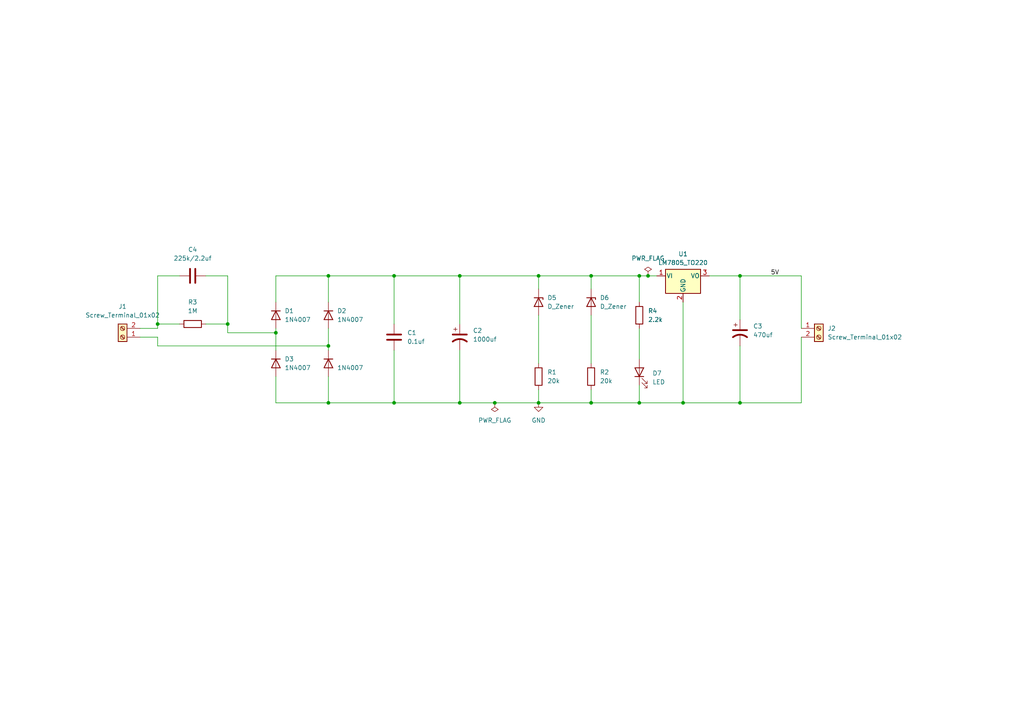
<source format=kicad_sch>
(kicad_sch
	(version 20250114)
	(generator "eeschema")
	(generator_version "9.0")
	(uuid "92fb2e66-4c52-4178-a38b-824de62ebd5e")
	(paper "A4")
	(title_block
		(title "Transformerless power supply")
		(date "2025-07-17")
		(comment 1 "Drawn by Keerthana")
	)
	(lib_symbols
		(symbol "Connector:Screw_Terminal_01x02"
			(pin_names
				(offset 1.016)
				(hide yes)
			)
			(exclude_from_sim no)
			(in_bom yes)
			(on_board yes)
			(property "Reference" "J"
				(at 0 2.54 0)
				(effects
					(font
						(size 1.27 1.27)
					)
				)
			)
			(property "Value" "Screw_Terminal_01x02"
				(at 0 -5.08 0)
				(effects
					(font
						(size 1.27 1.27)
					)
				)
			)
			(property "Footprint" ""
				(at 0 0 0)
				(effects
					(font
						(size 1.27 1.27)
					)
					(hide yes)
				)
			)
			(property "Datasheet" "~"
				(at 0 0 0)
				(effects
					(font
						(size 1.27 1.27)
					)
					(hide yes)
				)
			)
			(property "Description" "Generic screw terminal, single row, 01x02, script generated (kicad-library-utils/schlib/autogen/connector/)"
				(at 0 0 0)
				(effects
					(font
						(size 1.27 1.27)
					)
					(hide yes)
				)
			)
			(property "ki_keywords" "screw terminal"
				(at 0 0 0)
				(effects
					(font
						(size 1.27 1.27)
					)
					(hide yes)
				)
			)
			(property "ki_fp_filters" "TerminalBlock*:*"
				(at 0 0 0)
				(effects
					(font
						(size 1.27 1.27)
					)
					(hide yes)
				)
			)
			(symbol "Screw_Terminal_01x02_1_1"
				(rectangle
					(start -1.27 1.27)
					(end 1.27 -3.81)
					(stroke
						(width 0.254)
						(type default)
					)
					(fill
						(type background)
					)
				)
				(polyline
					(pts
						(xy -0.5334 0.3302) (xy 0.3302 -0.508)
					)
					(stroke
						(width 0.1524)
						(type default)
					)
					(fill
						(type none)
					)
				)
				(polyline
					(pts
						(xy -0.5334 -2.2098) (xy 0.3302 -3.048)
					)
					(stroke
						(width 0.1524)
						(type default)
					)
					(fill
						(type none)
					)
				)
				(polyline
					(pts
						(xy -0.3556 0.508) (xy 0.508 -0.3302)
					)
					(stroke
						(width 0.1524)
						(type default)
					)
					(fill
						(type none)
					)
				)
				(polyline
					(pts
						(xy -0.3556 -2.032) (xy 0.508 -2.8702)
					)
					(stroke
						(width 0.1524)
						(type default)
					)
					(fill
						(type none)
					)
				)
				(circle
					(center 0 0)
					(radius 0.635)
					(stroke
						(width 0.1524)
						(type default)
					)
					(fill
						(type none)
					)
				)
				(circle
					(center 0 -2.54)
					(radius 0.635)
					(stroke
						(width 0.1524)
						(type default)
					)
					(fill
						(type none)
					)
				)
				(pin passive line
					(at -5.08 0 0)
					(length 3.81)
					(name "Pin_1"
						(effects
							(font
								(size 1.27 1.27)
							)
						)
					)
					(number "1"
						(effects
							(font
								(size 1.27 1.27)
							)
						)
					)
				)
				(pin passive line
					(at -5.08 -2.54 0)
					(length 3.81)
					(name "Pin_2"
						(effects
							(font
								(size 1.27 1.27)
							)
						)
					)
					(number "2"
						(effects
							(font
								(size 1.27 1.27)
							)
						)
					)
				)
			)
			(embedded_fonts no)
		)
		(symbol "Device:C"
			(pin_numbers
				(hide yes)
			)
			(pin_names
				(offset 0.254)
			)
			(exclude_from_sim no)
			(in_bom yes)
			(on_board yes)
			(property "Reference" "C"
				(at 0.635 2.54 0)
				(effects
					(font
						(size 1.27 1.27)
					)
					(justify left)
				)
			)
			(property "Value" "C"
				(at 0.635 -2.54 0)
				(effects
					(font
						(size 1.27 1.27)
					)
					(justify left)
				)
			)
			(property "Footprint" ""
				(at 0.9652 -3.81 0)
				(effects
					(font
						(size 1.27 1.27)
					)
					(hide yes)
				)
			)
			(property "Datasheet" "~"
				(at 0 0 0)
				(effects
					(font
						(size 1.27 1.27)
					)
					(hide yes)
				)
			)
			(property "Description" "Unpolarized capacitor"
				(at 0 0 0)
				(effects
					(font
						(size 1.27 1.27)
					)
					(hide yes)
				)
			)
			(property "ki_keywords" "cap capacitor"
				(at 0 0 0)
				(effects
					(font
						(size 1.27 1.27)
					)
					(hide yes)
				)
			)
			(property "ki_fp_filters" "C_*"
				(at 0 0 0)
				(effects
					(font
						(size 1.27 1.27)
					)
					(hide yes)
				)
			)
			(symbol "C_0_1"
				(polyline
					(pts
						(xy -2.032 0.762) (xy 2.032 0.762)
					)
					(stroke
						(width 0.508)
						(type default)
					)
					(fill
						(type none)
					)
				)
				(polyline
					(pts
						(xy -2.032 -0.762) (xy 2.032 -0.762)
					)
					(stroke
						(width 0.508)
						(type default)
					)
					(fill
						(type none)
					)
				)
			)
			(symbol "C_1_1"
				(pin passive line
					(at 0 3.81 270)
					(length 2.794)
					(name "~"
						(effects
							(font
								(size 1.27 1.27)
							)
						)
					)
					(number "1"
						(effects
							(font
								(size 1.27 1.27)
							)
						)
					)
				)
				(pin passive line
					(at 0 -3.81 90)
					(length 2.794)
					(name "~"
						(effects
							(font
								(size 1.27 1.27)
							)
						)
					)
					(number "2"
						(effects
							(font
								(size 1.27 1.27)
							)
						)
					)
				)
			)
			(embedded_fonts no)
		)
		(symbol "Device:C_Polarized_US"
			(pin_numbers
				(hide yes)
			)
			(pin_names
				(offset 0.254)
				(hide yes)
			)
			(exclude_from_sim no)
			(in_bom yes)
			(on_board yes)
			(property "Reference" "C"
				(at 0.635 2.54 0)
				(effects
					(font
						(size 1.27 1.27)
					)
					(justify left)
				)
			)
			(property "Value" "C_Polarized_US"
				(at 0.635 -2.54 0)
				(effects
					(font
						(size 1.27 1.27)
					)
					(justify left)
				)
			)
			(property "Footprint" ""
				(at 0 0 0)
				(effects
					(font
						(size 1.27 1.27)
					)
					(hide yes)
				)
			)
			(property "Datasheet" "~"
				(at 0 0 0)
				(effects
					(font
						(size 1.27 1.27)
					)
					(hide yes)
				)
			)
			(property "Description" "Polarized capacitor, US symbol"
				(at 0 0 0)
				(effects
					(font
						(size 1.27 1.27)
					)
					(hide yes)
				)
			)
			(property "ki_keywords" "cap capacitor"
				(at 0 0 0)
				(effects
					(font
						(size 1.27 1.27)
					)
					(hide yes)
				)
			)
			(property "ki_fp_filters" "CP_*"
				(at 0 0 0)
				(effects
					(font
						(size 1.27 1.27)
					)
					(hide yes)
				)
			)
			(symbol "C_Polarized_US_0_1"
				(polyline
					(pts
						(xy -2.032 0.762) (xy 2.032 0.762)
					)
					(stroke
						(width 0.508)
						(type default)
					)
					(fill
						(type none)
					)
				)
				(polyline
					(pts
						(xy -1.778 2.286) (xy -0.762 2.286)
					)
					(stroke
						(width 0)
						(type default)
					)
					(fill
						(type none)
					)
				)
				(polyline
					(pts
						(xy -1.27 1.778) (xy -1.27 2.794)
					)
					(stroke
						(width 0)
						(type default)
					)
					(fill
						(type none)
					)
				)
				(arc
					(start -2.032 -1.27)
					(mid 0 -0.5572)
					(end 2.032 -1.27)
					(stroke
						(width 0.508)
						(type default)
					)
					(fill
						(type none)
					)
				)
			)
			(symbol "C_Polarized_US_1_1"
				(pin passive line
					(at 0 3.81 270)
					(length 2.794)
					(name "~"
						(effects
							(font
								(size 1.27 1.27)
							)
						)
					)
					(number "1"
						(effects
							(font
								(size 1.27 1.27)
							)
						)
					)
				)
				(pin passive line
					(at 0 -3.81 90)
					(length 3.302)
					(name "~"
						(effects
							(font
								(size 1.27 1.27)
							)
						)
					)
					(number "2"
						(effects
							(font
								(size 1.27 1.27)
							)
						)
					)
				)
			)
			(embedded_fonts no)
		)
		(symbol "Device:D_Zener"
			(pin_numbers
				(hide yes)
			)
			(pin_names
				(offset 1.016)
				(hide yes)
			)
			(exclude_from_sim no)
			(in_bom yes)
			(on_board yes)
			(property "Reference" "D"
				(at 0 2.54 0)
				(effects
					(font
						(size 1.27 1.27)
					)
				)
			)
			(property "Value" "D_Zener"
				(at 0 -2.54 0)
				(effects
					(font
						(size 1.27 1.27)
					)
				)
			)
			(property "Footprint" ""
				(at 0 0 0)
				(effects
					(font
						(size 1.27 1.27)
					)
					(hide yes)
				)
			)
			(property "Datasheet" "~"
				(at 0 0 0)
				(effects
					(font
						(size 1.27 1.27)
					)
					(hide yes)
				)
			)
			(property "Description" "Zener diode"
				(at 0 0 0)
				(effects
					(font
						(size 1.27 1.27)
					)
					(hide yes)
				)
			)
			(property "ki_keywords" "diode"
				(at 0 0 0)
				(effects
					(font
						(size 1.27 1.27)
					)
					(hide yes)
				)
			)
			(property "ki_fp_filters" "TO-???* *_Diode_* *SingleDiode* D_*"
				(at 0 0 0)
				(effects
					(font
						(size 1.27 1.27)
					)
					(hide yes)
				)
			)
			(symbol "D_Zener_0_1"
				(polyline
					(pts
						(xy -1.27 -1.27) (xy -1.27 1.27) (xy -0.762 1.27)
					)
					(stroke
						(width 0.254)
						(type default)
					)
					(fill
						(type none)
					)
				)
				(polyline
					(pts
						(xy 1.27 0) (xy -1.27 0)
					)
					(stroke
						(width 0)
						(type default)
					)
					(fill
						(type none)
					)
				)
				(polyline
					(pts
						(xy 1.27 -1.27) (xy 1.27 1.27) (xy -1.27 0) (xy 1.27 -1.27)
					)
					(stroke
						(width 0.254)
						(type default)
					)
					(fill
						(type none)
					)
				)
			)
			(symbol "D_Zener_1_1"
				(pin passive line
					(at -3.81 0 0)
					(length 2.54)
					(name "K"
						(effects
							(font
								(size 1.27 1.27)
							)
						)
					)
					(number "1"
						(effects
							(font
								(size 1.27 1.27)
							)
						)
					)
				)
				(pin passive line
					(at 3.81 0 180)
					(length 2.54)
					(name "A"
						(effects
							(font
								(size 1.27 1.27)
							)
						)
					)
					(number "2"
						(effects
							(font
								(size 1.27 1.27)
							)
						)
					)
				)
			)
			(embedded_fonts no)
		)
		(symbol "Device:LED"
			(pin_numbers
				(hide yes)
			)
			(pin_names
				(offset 1.016)
				(hide yes)
			)
			(exclude_from_sim no)
			(in_bom yes)
			(on_board yes)
			(property "Reference" "D"
				(at 0 2.54 0)
				(effects
					(font
						(size 1.27 1.27)
					)
				)
			)
			(property "Value" "LED"
				(at 0 -2.54 0)
				(effects
					(font
						(size 1.27 1.27)
					)
				)
			)
			(property "Footprint" ""
				(at 0 0 0)
				(effects
					(font
						(size 1.27 1.27)
					)
					(hide yes)
				)
			)
			(property "Datasheet" "~"
				(at 0 0 0)
				(effects
					(font
						(size 1.27 1.27)
					)
					(hide yes)
				)
			)
			(property "Description" "Light emitting diode"
				(at 0 0 0)
				(effects
					(font
						(size 1.27 1.27)
					)
					(hide yes)
				)
			)
			(property "Sim.Pins" "1=K 2=A"
				(at 0 0 0)
				(effects
					(font
						(size 1.27 1.27)
					)
					(hide yes)
				)
			)
			(property "ki_keywords" "LED diode"
				(at 0 0 0)
				(effects
					(font
						(size 1.27 1.27)
					)
					(hide yes)
				)
			)
			(property "ki_fp_filters" "LED* LED_SMD:* LED_THT:*"
				(at 0 0 0)
				(effects
					(font
						(size 1.27 1.27)
					)
					(hide yes)
				)
			)
			(symbol "LED_0_1"
				(polyline
					(pts
						(xy -3.048 -0.762) (xy -4.572 -2.286) (xy -3.81 -2.286) (xy -4.572 -2.286) (xy -4.572 -1.524)
					)
					(stroke
						(width 0)
						(type default)
					)
					(fill
						(type none)
					)
				)
				(polyline
					(pts
						(xy -1.778 -0.762) (xy -3.302 -2.286) (xy -2.54 -2.286) (xy -3.302 -2.286) (xy -3.302 -1.524)
					)
					(stroke
						(width 0)
						(type default)
					)
					(fill
						(type none)
					)
				)
				(polyline
					(pts
						(xy -1.27 0) (xy 1.27 0)
					)
					(stroke
						(width 0)
						(type default)
					)
					(fill
						(type none)
					)
				)
				(polyline
					(pts
						(xy -1.27 -1.27) (xy -1.27 1.27)
					)
					(stroke
						(width 0.254)
						(type default)
					)
					(fill
						(type none)
					)
				)
				(polyline
					(pts
						(xy 1.27 -1.27) (xy 1.27 1.27) (xy -1.27 0) (xy 1.27 -1.27)
					)
					(stroke
						(width 0.254)
						(type default)
					)
					(fill
						(type none)
					)
				)
			)
			(symbol "LED_1_1"
				(pin passive line
					(at -3.81 0 0)
					(length 2.54)
					(name "K"
						(effects
							(font
								(size 1.27 1.27)
							)
						)
					)
					(number "1"
						(effects
							(font
								(size 1.27 1.27)
							)
						)
					)
				)
				(pin passive line
					(at 3.81 0 180)
					(length 2.54)
					(name "A"
						(effects
							(font
								(size 1.27 1.27)
							)
						)
					)
					(number "2"
						(effects
							(font
								(size 1.27 1.27)
							)
						)
					)
				)
			)
			(embedded_fonts no)
		)
		(symbol "Device:R"
			(pin_numbers
				(hide yes)
			)
			(pin_names
				(offset 0)
			)
			(exclude_from_sim no)
			(in_bom yes)
			(on_board yes)
			(property "Reference" "R"
				(at 2.032 0 90)
				(effects
					(font
						(size 1.27 1.27)
					)
				)
			)
			(property "Value" "R"
				(at 0 0 90)
				(effects
					(font
						(size 1.27 1.27)
					)
				)
			)
			(property "Footprint" ""
				(at -1.778 0 90)
				(effects
					(font
						(size 1.27 1.27)
					)
					(hide yes)
				)
			)
			(property "Datasheet" "~"
				(at 0 0 0)
				(effects
					(font
						(size 1.27 1.27)
					)
					(hide yes)
				)
			)
			(property "Description" "Resistor"
				(at 0 0 0)
				(effects
					(font
						(size 1.27 1.27)
					)
					(hide yes)
				)
			)
			(property "ki_keywords" "R res resistor"
				(at 0 0 0)
				(effects
					(font
						(size 1.27 1.27)
					)
					(hide yes)
				)
			)
			(property "ki_fp_filters" "R_*"
				(at 0 0 0)
				(effects
					(font
						(size 1.27 1.27)
					)
					(hide yes)
				)
			)
			(symbol "R_0_1"
				(rectangle
					(start -1.016 -2.54)
					(end 1.016 2.54)
					(stroke
						(width 0.254)
						(type default)
					)
					(fill
						(type none)
					)
				)
			)
			(symbol "R_1_1"
				(pin passive line
					(at 0 3.81 270)
					(length 1.27)
					(name "~"
						(effects
							(font
								(size 1.27 1.27)
							)
						)
					)
					(number "1"
						(effects
							(font
								(size 1.27 1.27)
							)
						)
					)
				)
				(pin passive line
					(at 0 -3.81 90)
					(length 1.27)
					(name "~"
						(effects
							(font
								(size 1.27 1.27)
							)
						)
					)
					(number "2"
						(effects
							(font
								(size 1.27 1.27)
							)
						)
					)
				)
			)
			(embedded_fonts no)
		)
		(symbol "Diode:1N4007"
			(pin_numbers
				(hide yes)
			)
			(pin_names
				(hide yes)
			)
			(exclude_from_sim no)
			(in_bom yes)
			(on_board yes)
			(property "Reference" "D"
				(at 0 2.54 0)
				(effects
					(font
						(size 1.27 1.27)
					)
				)
			)
			(property "Value" "1N4007"
				(at 0 -2.54 0)
				(effects
					(font
						(size 1.27 1.27)
					)
				)
			)
			(property "Footprint" "Diode_THT:D_DO-41_SOD81_P10.16mm_Horizontal"
				(at 0 -4.445 0)
				(effects
					(font
						(size 1.27 1.27)
					)
					(hide yes)
				)
			)
			(property "Datasheet" "http://www.vishay.com/docs/88503/1n4001.pdf"
				(at 0 0 0)
				(effects
					(font
						(size 1.27 1.27)
					)
					(hide yes)
				)
			)
			(property "Description" "1000V 1A General Purpose Rectifier Diode, DO-41"
				(at 0 0 0)
				(effects
					(font
						(size 1.27 1.27)
					)
					(hide yes)
				)
			)
			(property "Sim.Device" "D"
				(at 0 0 0)
				(effects
					(font
						(size 1.27 1.27)
					)
					(hide yes)
				)
			)
			(property "Sim.Pins" "1=K 2=A"
				(at 0 0 0)
				(effects
					(font
						(size 1.27 1.27)
					)
					(hide yes)
				)
			)
			(property "ki_keywords" "diode"
				(at 0 0 0)
				(effects
					(font
						(size 1.27 1.27)
					)
					(hide yes)
				)
			)
			(property "ki_fp_filters" "D*DO?41*"
				(at 0 0 0)
				(effects
					(font
						(size 1.27 1.27)
					)
					(hide yes)
				)
			)
			(symbol "1N4007_0_1"
				(polyline
					(pts
						(xy -1.27 1.27) (xy -1.27 -1.27)
					)
					(stroke
						(width 0.254)
						(type default)
					)
					(fill
						(type none)
					)
				)
				(polyline
					(pts
						(xy 1.27 1.27) (xy 1.27 -1.27) (xy -1.27 0) (xy 1.27 1.27)
					)
					(stroke
						(width 0.254)
						(type default)
					)
					(fill
						(type none)
					)
				)
				(polyline
					(pts
						(xy 1.27 0) (xy -1.27 0)
					)
					(stroke
						(width 0)
						(type default)
					)
					(fill
						(type none)
					)
				)
			)
			(symbol "1N4007_1_1"
				(pin passive line
					(at -3.81 0 0)
					(length 2.54)
					(name "K"
						(effects
							(font
								(size 1.27 1.27)
							)
						)
					)
					(number "1"
						(effects
							(font
								(size 1.27 1.27)
							)
						)
					)
				)
				(pin passive line
					(at 3.81 0 180)
					(length 2.54)
					(name "A"
						(effects
							(font
								(size 1.27 1.27)
							)
						)
					)
					(number "2"
						(effects
							(font
								(size 1.27 1.27)
							)
						)
					)
				)
			)
			(embedded_fonts no)
		)
		(symbol "Regulator_Linear:LM7805_TO220"
			(pin_names
				(offset 0.254)
			)
			(exclude_from_sim no)
			(in_bom yes)
			(on_board yes)
			(property "Reference" "U"
				(at -3.81 3.175 0)
				(effects
					(font
						(size 1.27 1.27)
					)
				)
			)
			(property "Value" "LM7805_TO220"
				(at 0 3.175 0)
				(effects
					(font
						(size 1.27 1.27)
					)
					(justify left)
				)
			)
			(property "Footprint" "Package_TO_SOT_THT:TO-220-3_Vertical"
				(at 0 5.715 0)
				(effects
					(font
						(size 1.27 1.27)
						(italic yes)
					)
					(hide yes)
				)
			)
			(property "Datasheet" "https://www.onsemi.cn/PowerSolutions/document/MC7800-D.PDF"
				(at 0 -1.27 0)
				(effects
					(font
						(size 1.27 1.27)
					)
					(hide yes)
				)
			)
			(property "Description" "Positive 1A 35V Linear Regulator, Fixed Output 5V, TO-220"
				(at 0 0 0)
				(effects
					(font
						(size 1.27 1.27)
					)
					(hide yes)
				)
			)
			(property "ki_keywords" "Voltage Regulator 1A Positive"
				(at 0 0 0)
				(effects
					(font
						(size 1.27 1.27)
					)
					(hide yes)
				)
			)
			(property "ki_fp_filters" "TO?220*"
				(at 0 0 0)
				(effects
					(font
						(size 1.27 1.27)
					)
					(hide yes)
				)
			)
			(symbol "LM7805_TO220_0_1"
				(rectangle
					(start -5.08 1.905)
					(end 5.08 -5.08)
					(stroke
						(width 0.254)
						(type default)
					)
					(fill
						(type background)
					)
				)
			)
			(symbol "LM7805_TO220_1_1"
				(pin power_in line
					(at -7.62 0 0)
					(length 2.54)
					(name "VI"
						(effects
							(font
								(size 1.27 1.27)
							)
						)
					)
					(number "1"
						(effects
							(font
								(size 1.27 1.27)
							)
						)
					)
				)
				(pin power_in line
					(at 0 -7.62 90)
					(length 2.54)
					(name "GND"
						(effects
							(font
								(size 1.27 1.27)
							)
						)
					)
					(number "2"
						(effects
							(font
								(size 1.27 1.27)
							)
						)
					)
				)
				(pin power_out line
					(at 7.62 0 180)
					(length 2.54)
					(name "VO"
						(effects
							(font
								(size 1.27 1.27)
							)
						)
					)
					(number "3"
						(effects
							(font
								(size 1.27 1.27)
							)
						)
					)
				)
			)
			(embedded_fonts no)
		)
		(symbol "power:GND"
			(power)
			(pin_numbers
				(hide yes)
			)
			(pin_names
				(offset 0)
				(hide yes)
			)
			(exclude_from_sim no)
			(in_bom yes)
			(on_board yes)
			(property "Reference" "#PWR"
				(at 0 -6.35 0)
				(effects
					(font
						(size 1.27 1.27)
					)
					(hide yes)
				)
			)
			(property "Value" "GND"
				(at 0 -3.81 0)
				(effects
					(font
						(size 1.27 1.27)
					)
				)
			)
			(property "Footprint" ""
				(at 0 0 0)
				(effects
					(font
						(size 1.27 1.27)
					)
					(hide yes)
				)
			)
			(property "Datasheet" ""
				(at 0 0 0)
				(effects
					(font
						(size 1.27 1.27)
					)
					(hide yes)
				)
			)
			(property "Description" "Power symbol creates a global label with name \"GND\" , ground"
				(at 0 0 0)
				(effects
					(font
						(size 1.27 1.27)
					)
					(hide yes)
				)
			)
			(property "ki_keywords" "global power"
				(at 0 0 0)
				(effects
					(font
						(size 1.27 1.27)
					)
					(hide yes)
				)
			)
			(symbol "GND_0_1"
				(polyline
					(pts
						(xy 0 0) (xy 0 -1.27) (xy 1.27 -1.27) (xy 0 -2.54) (xy -1.27 -1.27) (xy 0 -1.27)
					)
					(stroke
						(width 0)
						(type default)
					)
					(fill
						(type none)
					)
				)
			)
			(symbol "GND_1_1"
				(pin power_in line
					(at 0 0 270)
					(length 0)
					(name "~"
						(effects
							(font
								(size 1.27 1.27)
							)
						)
					)
					(number "1"
						(effects
							(font
								(size 1.27 1.27)
							)
						)
					)
				)
			)
			(embedded_fonts no)
		)
		(symbol "power:PWR_FLAG"
			(power)
			(pin_numbers
				(hide yes)
			)
			(pin_names
				(offset 0)
				(hide yes)
			)
			(exclude_from_sim no)
			(in_bom yes)
			(on_board yes)
			(property "Reference" "#FLG"
				(at 0 1.905 0)
				(effects
					(font
						(size 1.27 1.27)
					)
					(hide yes)
				)
			)
			(property "Value" "PWR_FLAG"
				(at 0 3.81 0)
				(effects
					(font
						(size 1.27 1.27)
					)
				)
			)
			(property "Footprint" ""
				(at 0 0 0)
				(effects
					(font
						(size 1.27 1.27)
					)
					(hide yes)
				)
			)
			(property "Datasheet" "~"
				(at 0 0 0)
				(effects
					(font
						(size 1.27 1.27)
					)
					(hide yes)
				)
			)
			(property "Description" "Special symbol for telling ERC where power comes from"
				(at 0 0 0)
				(effects
					(font
						(size 1.27 1.27)
					)
					(hide yes)
				)
			)
			(property "ki_keywords" "flag power"
				(at 0 0 0)
				(effects
					(font
						(size 1.27 1.27)
					)
					(hide yes)
				)
			)
			(symbol "PWR_FLAG_0_0"
				(pin power_out line
					(at 0 0 90)
					(length 0)
					(name "~"
						(effects
							(font
								(size 1.27 1.27)
							)
						)
					)
					(number "1"
						(effects
							(font
								(size 1.27 1.27)
							)
						)
					)
				)
			)
			(symbol "PWR_FLAG_0_1"
				(polyline
					(pts
						(xy 0 0) (xy 0 1.27) (xy -1.016 1.905) (xy 0 2.54) (xy 1.016 1.905) (xy 0 1.27)
					)
					(stroke
						(width 0)
						(type default)
					)
					(fill
						(type none)
					)
				)
			)
			(embedded_fonts no)
		)
	)
	(junction
		(at 185.42 80.01)
		(diameter 0)
		(color 0 0 0 0)
		(uuid "23243902-1b2c-4567-b848-36ce3bf5820a")
	)
	(junction
		(at 171.45 80.01)
		(diameter 0)
		(color 0 0 0 0)
		(uuid "26f0f5a5-4f88-45eb-a472-e5908959e3c6")
	)
	(junction
		(at 95.25 80.01)
		(diameter 0)
		(color 0 0 0 0)
		(uuid "3156378d-435e-4f2d-8336-104ea86a2de8")
	)
	(junction
		(at 156.21 116.84)
		(diameter 0)
		(color 0 0 0 0)
		(uuid "3ca44230-1983-474c-bffa-0c2a6dbc4367")
	)
	(junction
		(at 185.42 116.84)
		(diameter 0)
		(color 0 0 0 0)
		(uuid "4bc731b8-684c-4c90-9a4e-febc2e4b8e97")
	)
	(junction
		(at 143.51 116.84)
		(diameter 0)
		(color 0 0 0 0)
		(uuid "57af8f07-d1bd-49fd-84cb-d26a957d0f03")
	)
	(junction
		(at 80.01 96.52)
		(diameter 0)
		(color 0 0 0 0)
		(uuid "706bbafd-31f2-472d-bae3-3763ccfb098d")
	)
	(junction
		(at 66.04 93.98)
		(diameter 0)
		(color 0 0 0 0)
		(uuid "7695e733-da7b-43f9-9ab2-2a5187eb4431")
	)
	(junction
		(at 156.21 80.01)
		(diameter 0)
		(color 0 0 0 0)
		(uuid "8809c56f-6918-4813-b42b-152adb92e17d")
	)
	(junction
		(at 114.3 116.84)
		(diameter 0)
		(color 0 0 0 0)
		(uuid "9260d91b-6643-4327-98fe-3947d70b3b1e")
	)
	(junction
		(at 133.35 116.84)
		(diameter 0)
		(color 0 0 0 0)
		(uuid "a9aec051-f66b-4419-a1f1-72306cdbbfdf")
	)
	(junction
		(at 187.96 80.01)
		(diameter 0)
		(color 0 0 0 0)
		(uuid "ac9d3306-e404-4b00-8ed4-5143ff3d5d08")
	)
	(junction
		(at 214.63 116.84)
		(diameter 0)
		(color 0 0 0 0)
		(uuid "b43615a3-7dd2-49e5-b6a4-c8200ff5ef48")
	)
	(junction
		(at 95.25 100.33)
		(diameter 0)
		(color 0 0 0 0)
		(uuid "c007540b-d3bc-4e9d-9e0a-d3287c93bc8d")
	)
	(junction
		(at 198.12 116.84)
		(diameter 0)
		(color 0 0 0 0)
		(uuid "c65c0055-16ed-4774-897b-ccfeb4a4d4ba")
	)
	(junction
		(at 171.45 116.84)
		(diameter 0)
		(color 0 0 0 0)
		(uuid "d9325a24-1d2a-4dbd-b87f-1ce3cb0c1ac0")
	)
	(junction
		(at 133.35 80.01)
		(diameter 0)
		(color 0 0 0 0)
		(uuid "dd3fabf8-5663-4d74-9fe5-cdf1731d942f")
	)
	(junction
		(at 95.25 116.84)
		(diameter 0)
		(color 0 0 0 0)
		(uuid "ee7f4569-ebf0-4e96-912c-bbcd82b5ebf7")
	)
	(junction
		(at 214.63 80.01)
		(diameter 0)
		(color 0 0 0 0)
		(uuid "efe6977b-40ea-43d9-be32-22016ff84da6")
	)
	(junction
		(at 114.3 80.01)
		(diameter 0)
		(color 0 0 0 0)
		(uuid "f089d099-9637-4b93-af3f-95fb0cb1d8d9")
	)
	(junction
		(at 45.72 93.98)
		(diameter 0)
		(color 0 0 0 0)
		(uuid "fdb0ba4b-0ea4-4912-9e26-7f8d6708f037")
	)
	(wire
		(pts
			(xy 214.63 80.01) (xy 214.63 92.71)
		)
		(stroke
			(width 0)
			(type default)
		)
		(uuid "08b3712d-9a39-42a8-a091-3819bd348c20")
	)
	(wire
		(pts
			(xy 45.72 93.98) (xy 52.07 93.98)
		)
		(stroke
			(width 0)
			(type default)
		)
		(uuid "0c79837b-f5d4-4a9d-804c-9e19691999aa")
	)
	(wire
		(pts
			(xy 156.21 116.84) (xy 171.45 116.84)
		)
		(stroke
			(width 0)
			(type default)
		)
		(uuid "1cc3677a-eb73-465b-86b1-fd06a3a99998")
	)
	(wire
		(pts
			(xy 114.3 116.84) (xy 133.35 116.84)
		)
		(stroke
			(width 0)
			(type default)
		)
		(uuid "1e40c539-d8bd-4eaf-89ae-6c7f692c69d5")
	)
	(wire
		(pts
			(xy 214.63 80.01) (xy 232.41 80.01)
		)
		(stroke
			(width 0)
			(type default)
		)
		(uuid "1f47fcf9-e701-4d35-a998-314efce8297e")
	)
	(wire
		(pts
			(xy 114.3 101.6) (xy 114.3 116.84)
		)
		(stroke
			(width 0)
			(type default)
		)
		(uuid "282b77a5-2989-4ba2-970d-3d873bcf27fa")
	)
	(wire
		(pts
			(xy 80.01 96.52) (xy 80.01 101.6)
		)
		(stroke
			(width 0)
			(type default)
		)
		(uuid "2f26e8d7-7514-4dca-9cbc-862275ade0c9")
	)
	(wire
		(pts
			(xy 45.72 80.01) (xy 52.07 80.01)
		)
		(stroke
			(width 0)
			(type default)
		)
		(uuid "3cb6cdbf-1715-4114-ac8c-4169d48b4108")
	)
	(wire
		(pts
			(xy 156.21 80.01) (xy 156.21 83.82)
		)
		(stroke
			(width 0)
			(type default)
		)
		(uuid "40f8ba9e-ac12-4239-af30-6941cca072f0")
	)
	(wire
		(pts
			(xy 232.41 97.79) (xy 232.41 116.84)
		)
		(stroke
			(width 0)
			(type default)
		)
		(uuid "4645d1e9-21d1-4549-bde4-25f933f458e1")
	)
	(wire
		(pts
			(xy 171.45 91.44) (xy 171.45 105.41)
		)
		(stroke
			(width 0)
			(type default)
		)
		(uuid "49189703-a05e-45d9-8953-110625796729")
	)
	(wire
		(pts
			(xy 95.25 95.25) (xy 95.25 100.33)
		)
		(stroke
			(width 0)
			(type default)
		)
		(uuid "4928b551-9308-4134-b808-9077d0c323f4")
	)
	(wire
		(pts
			(xy 95.25 109.22) (xy 95.25 116.84)
		)
		(stroke
			(width 0)
			(type default)
		)
		(uuid "4ca4c070-2d4a-4243-accd-f45e603ca462")
	)
	(wire
		(pts
			(xy 156.21 91.44) (xy 156.21 105.41)
		)
		(stroke
			(width 0)
			(type default)
		)
		(uuid "4d985f71-c7e0-4629-bb24-f53edc0e67ab")
	)
	(wire
		(pts
			(xy 80.01 109.22) (xy 80.01 116.84)
		)
		(stroke
			(width 0)
			(type default)
		)
		(uuid "5165800c-cec2-44aa-a027-51f366554c74")
	)
	(wire
		(pts
			(xy 133.35 80.01) (xy 156.21 80.01)
		)
		(stroke
			(width 0)
			(type default)
		)
		(uuid "5236db1d-7997-42bd-9231-8e6e2dc5fbbd")
	)
	(wire
		(pts
			(xy 205.74 80.01) (xy 214.63 80.01)
		)
		(stroke
			(width 0)
			(type default)
		)
		(uuid "55fba915-097a-49a6-a254-459f689fdfc8")
	)
	(wire
		(pts
			(xy 214.63 116.84) (xy 232.41 116.84)
		)
		(stroke
			(width 0)
			(type default)
		)
		(uuid "565483f4-55c5-42a4-9093-39f325b054c9")
	)
	(wire
		(pts
			(xy 95.25 80.01) (xy 114.3 80.01)
		)
		(stroke
			(width 0)
			(type default)
		)
		(uuid "5a297d42-45cb-4332-879e-a4902d012254")
	)
	(wire
		(pts
			(xy 45.72 93.98) (xy 45.72 95.25)
		)
		(stroke
			(width 0)
			(type default)
		)
		(uuid "5ac62279-75f2-4ece-90c1-5cc117a690bc")
	)
	(wire
		(pts
			(xy 156.21 113.03) (xy 156.21 116.84)
		)
		(stroke
			(width 0)
			(type default)
		)
		(uuid "5d24f7fb-6b9c-4f2f-a26f-2a4afac66ab1")
	)
	(wire
		(pts
			(xy 198.12 116.84) (xy 214.63 116.84)
		)
		(stroke
			(width 0)
			(type default)
		)
		(uuid "5fcdf2c9-b945-423b-8c38-437312ba0e17")
	)
	(wire
		(pts
			(xy 185.42 80.01) (xy 185.42 87.63)
		)
		(stroke
			(width 0)
			(type default)
		)
		(uuid "60723c93-0502-46a1-a0a4-1a23e6d5f144")
	)
	(wire
		(pts
			(xy 45.72 100.33) (xy 95.25 100.33)
		)
		(stroke
			(width 0)
			(type default)
		)
		(uuid "6192c070-c2a2-40e8-971e-f098ed9f2942")
	)
	(wire
		(pts
			(xy 66.04 80.01) (xy 66.04 93.98)
		)
		(stroke
			(width 0)
			(type default)
		)
		(uuid "62cae580-3294-4a39-8d55-71ed9024441e")
	)
	(wire
		(pts
			(xy 95.25 80.01) (xy 95.25 87.63)
		)
		(stroke
			(width 0)
			(type default)
		)
		(uuid "72c99526-e7bc-4428-aa55-3ed7d601aa21")
	)
	(wire
		(pts
			(xy 95.25 100.33) (xy 95.25 101.6)
		)
		(stroke
			(width 0)
			(type default)
		)
		(uuid "7cbd5264-5fee-4519-87f0-cc25e825c3dc")
	)
	(wire
		(pts
			(xy 45.72 97.79) (xy 45.72 100.33)
		)
		(stroke
			(width 0)
			(type default)
		)
		(uuid "81ded1cc-ba64-415a-84de-eb0118831152")
	)
	(wire
		(pts
			(xy 40.64 95.25) (xy 45.72 95.25)
		)
		(stroke
			(width 0)
			(type default)
		)
		(uuid "84e333fa-2fc2-42e8-9410-e4d3956c929a")
	)
	(wire
		(pts
			(xy 143.51 116.84) (xy 156.21 116.84)
		)
		(stroke
			(width 0)
			(type default)
		)
		(uuid "8ed80339-6867-4c9a-87d9-ead5ce09241a")
	)
	(wire
		(pts
			(xy 171.45 80.01) (xy 185.42 80.01)
		)
		(stroke
			(width 0)
			(type default)
		)
		(uuid "90783204-1896-4408-9ee8-20251ffb4dbe")
	)
	(wire
		(pts
			(xy 171.45 116.84) (xy 185.42 116.84)
		)
		(stroke
			(width 0)
			(type default)
		)
		(uuid "924ae71f-fe15-45e6-bd8f-98b3a572dd10")
	)
	(wire
		(pts
			(xy 95.25 116.84) (xy 80.01 116.84)
		)
		(stroke
			(width 0)
			(type default)
		)
		(uuid "a3743c94-64d5-42a9-98b1-17a485b153d7")
	)
	(wire
		(pts
			(xy 232.41 80.01) (xy 232.41 95.25)
		)
		(stroke
			(width 0)
			(type default)
		)
		(uuid "a4a0dcc0-d7a6-41db-bdf1-95db6471d10e")
	)
	(wire
		(pts
			(xy 66.04 96.52) (xy 80.01 96.52)
		)
		(stroke
			(width 0)
			(type default)
		)
		(uuid "a79abf70-9108-47fb-bfe6-fba93cada0a0")
	)
	(wire
		(pts
			(xy 156.21 80.01) (xy 171.45 80.01)
		)
		(stroke
			(width 0)
			(type default)
		)
		(uuid "a9295b82-4cd5-4f98-8b5c-cf8e3dfd6a06")
	)
	(wire
		(pts
			(xy 80.01 87.63) (xy 80.01 80.01)
		)
		(stroke
			(width 0)
			(type default)
		)
		(uuid "a9f5b205-06b5-466c-9e52-5f8fee4f75c9")
	)
	(wire
		(pts
			(xy 185.42 116.84) (xy 198.12 116.84)
		)
		(stroke
			(width 0)
			(type default)
		)
		(uuid "b102dac8-6403-4b63-9f24-132da2b128a0")
	)
	(wire
		(pts
			(xy 114.3 80.01) (xy 133.35 80.01)
		)
		(stroke
			(width 0)
			(type default)
		)
		(uuid "bc0af793-d730-4ad4-8ff4-0df635dd252f")
	)
	(wire
		(pts
			(xy 59.69 93.98) (xy 66.04 93.98)
		)
		(stroke
			(width 0)
			(type default)
		)
		(uuid "bcc0ad8a-2812-46b3-b886-cf7581c1d50d")
	)
	(wire
		(pts
			(xy 171.45 80.01) (xy 171.45 83.82)
		)
		(stroke
			(width 0)
			(type default)
		)
		(uuid "bd1633c0-d08a-48d4-9f50-094d9dc0ae0f")
	)
	(wire
		(pts
			(xy 133.35 116.84) (xy 143.51 116.84)
		)
		(stroke
			(width 0)
			(type default)
		)
		(uuid "c1db9a2f-bfe5-4183-a341-7eb496511143")
	)
	(wire
		(pts
			(xy 95.25 116.84) (xy 114.3 116.84)
		)
		(stroke
			(width 0)
			(type default)
		)
		(uuid "c4ca570b-3e71-45e2-a89d-7ed8df09b646")
	)
	(wire
		(pts
			(xy 133.35 101.6) (xy 133.35 116.84)
		)
		(stroke
			(width 0)
			(type default)
		)
		(uuid "c539a45e-8cfb-46a5-ae61-34e32544823f")
	)
	(wire
		(pts
			(xy 214.63 100.33) (xy 214.63 116.84)
		)
		(stroke
			(width 0)
			(type default)
		)
		(uuid "c805c3f0-c841-4304-a932-20f5753ba752")
	)
	(wire
		(pts
			(xy 66.04 93.98) (xy 66.04 96.52)
		)
		(stroke
			(width 0)
			(type default)
		)
		(uuid "c88c6cf7-3e15-4ad4-91cb-0ca48a9b9797")
	)
	(wire
		(pts
			(xy 187.96 80.01) (xy 190.5 80.01)
		)
		(stroke
			(width 0)
			(type default)
		)
		(uuid "c9c900b0-4c0b-4f05-9e81-6b89dd31fc33")
	)
	(wire
		(pts
			(xy 133.35 80.01) (xy 133.35 93.98)
		)
		(stroke
			(width 0)
			(type default)
		)
		(uuid "ce2ce106-533b-4b52-b9de-8a9d003e6d84")
	)
	(wire
		(pts
			(xy 40.64 97.79) (xy 45.72 97.79)
		)
		(stroke
			(width 0)
			(type default)
		)
		(uuid "d354ffa4-3b81-4516-835d-3bd56ae79f36")
	)
	(wire
		(pts
			(xy 59.69 80.01) (xy 66.04 80.01)
		)
		(stroke
			(width 0)
			(type default)
		)
		(uuid "d6df16bc-d607-4696-82e1-1af2e5620600")
	)
	(wire
		(pts
			(xy 185.42 95.25) (xy 185.42 104.14)
		)
		(stroke
			(width 0)
			(type default)
		)
		(uuid "dbf2f00e-5ebf-42b0-86a1-c81e9ed51d8c")
	)
	(wire
		(pts
			(xy 185.42 80.01) (xy 187.96 80.01)
		)
		(stroke
			(width 0)
			(type default)
		)
		(uuid "f37899f6-435a-4fd8-a757-8cfc9eb321b4")
	)
	(wire
		(pts
			(xy 80.01 80.01) (xy 95.25 80.01)
		)
		(stroke
			(width 0)
			(type default)
		)
		(uuid "f3978135-6d58-4a92-bba6-52ae55fc4c33")
	)
	(wire
		(pts
			(xy 45.72 80.01) (xy 45.72 93.98)
		)
		(stroke
			(width 0)
			(type default)
		)
		(uuid "f54ff016-9a04-40bf-8cf6-13c81d57d113")
	)
	(wire
		(pts
			(xy 171.45 113.03) (xy 171.45 116.84)
		)
		(stroke
			(width 0)
			(type default)
		)
		(uuid "f645c515-8dd1-4c4b-8e16-b979b50ed10b")
	)
	(wire
		(pts
			(xy 198.12 87.63) (xy 198.12 116.84)
		)
		(stroke
			(width 0)
			(type default)
		)
		(uuid "fc37ec3f-7905-470b-883b-4c573bc57100")
	)
	(wire
		(pts
			(xy 185.42 111.76) (xy 185.42 116.84)
		)
		(stroke
			(width 0)
			(type default)
		)
		(uuid "fe2d5a2b-dff9-40fb-bb5f-1f58837be4d5")
	)
	(wire
		(pts
			(xy 80.01 95.25) (xy 80.01 96.52)
		)
		(stroke
			(width 0)
			(type default)
		)
		(uuid "ffdf69ea-384c-408b-9f9e-ad57d0466ca8")
	)
	(wire
		(pts
			(xy 114.3 80.01) (xy 114.3 93.98)
		)
		(stroke
			(width 0)
			(type default)
		)
		(uuid "fffab07f-3067-45e9-9bc8-513952fc8eaf")
	)
	(label "5V"
		(at 223.52 80.01 0)
		(effects
			(font
				(size 1.27 1.27)
			)
			(justify left bottom)
		)
		(uuid "8d52d2d5-7657-4b5b-a6ae-2973bc6b46ec")
	)
	(symbol
		(lib_id "Device:C")
		(at 55.88 80.01 90)
		(unit 1)
		(exclude_from_sim no)
		(in_bom yes)
		(on_board yes)
		(dnp no)
		(fields_autoplaced yes)
		(uuid "12cbd58e-11de-48b2-882f-0b555406a1d7")
		(property "Reference" "C4"
			(at 55.88 72.39 90)
			(effects
				(font
					(size 1.27 1.27)
				)
			)
		)
		(property "Value" "225k/2.2uf"
			(at 55.88 74.93 90)
			(effects
				(font
					(size 1.27 1.27)
				)
			)
		)
		(property "Footprint" "Capacitor_THT:C_Rect_L18.0mm_W6.0mm_P15.00mm_FKS3_FKP3"
			(at 59.69 79.0448 0)
			(effects
				(font
					(size 1.27 1.27)
				)
				(hide yes)
			)
		)
		(property "Datasheet" "~"
			(at 55.88 80.01 0)
			(effects
				(font
					(size 1.27 1.27)
				)
				(hide yes)
			)
		)
		(property "Description" "Unpolarized capacitor"
			(at 55.88 80.01 0)
			(effects
				(font
					(size 1.27 1.27)
				)
				(hide yes)
			)
		)
		(pin "2"
			(uuid "49673724-089c-47a0-99e6-fb4b044a737b")
		)
		(pin "1"
			(uuid "732dd0d3-b1f5-4aab-92c6-42eb37f51c74")
		)
		(instances
			(project "Transformerless Power supply"
				(path "/92fb2e66-4c52-4178-a38b-824de62ebd5e"
					(reference "C4")
					(unit 1)
				)
			)
		)
	)
	(symbol
		(lib_id "Device:D_Zener")
		(at 156.21 87.63 270)
		(unit 1)
		(exclude_from_sim no)
		(in_bom yes)
		(on_board yes)
		(dnp no)
		(fields_autoplaced yes)
		(uuid "1d834611-29c8-472e-8495-24221f45718a")
		(property "Reference" "D5"
			(at 158.75 86.3599 90)
			(effects
				(font
					(size 1.27 1.27)
				)
				(justify left)
			)
		)
		(property "Value" "D_Zener"
			(at 158.75 88.8999 90)
			(effects
				(font
					(size 1.27 1.27)
				)
				(justify left)
			)
		)
		(property "Footprint" "Diode_THT:D_A-405_P7.62mm_Horizontal"
			(at 156.21 87.63 0)
			(effects
				(font
					(size 1.27 1.27)
				)
				(hide yes)
			)
		)
		(property "Datasheet" "~"
			(at 156.21 87.63 0)
			(effects
				(font
					(size 1.27 1.27)
				)
				(hide yes)
			)
		)
		(property "Description" "Zener diode"
			(at 156.21 87.63 0)
			(effects
				(font
					(size 1.27 1.27)
				)
				(hide yes)
			)
		)
		(pin "2"
			(uuid "a2314b38-ee3b-4df3-ab0c-1637f85a4b78")
		)
		(pin "1"
			(uuid "736bdbac-8d5a-42bb-ad3c-c48c6625b514")
		)
		(instances
			(project ""
				(path "/92fb2e66-4c52-4178-a38b-824de62ebd5e"
					(reference "D5")
					(unit 1)
				)
			)
		)
	)
	(symbol
		(lib_id "Diode:1N4007")
		(at 80.01 105.41 270)
		(unit 1)
		(exclude_from_sim no)
		(in_bom yes)
		(on_board yes)
		(dnp no)
		(fields_autoplaced yes)
		(uuid "21df0b71-5908-41a2-8dfc-d35fd8ade2f4")
		(property "Reference" "D3"
			(at 82.55 104.1399 90)
			(effects
				(font
					(size 1.27 1.27)
				)
				(justify left)
			)
		)
		(property "Value" "1N4007"
			(at 82.55 106.6799 90)
			(effects
				(font
					(size 1.27 1.27)
				)
				(justify left)
			)
		)
		(property "Footprint" "Diode_THT:D_DO-41_SOD81_P10.16mm_Horizontal"
			(at 75.565 105.41 0)
			(effects
				(font
					(size 1.27 1.27)
				)
				(hide yes)
			)
		)
		(property "Datasheet" "http://www.vishay.com/docs/88503/1n4001.pdf"
			(at 80.01 105.41 0)
			(effects
				(font
					(size 1.27 1.27)
				)
				(hide yes)
			)
		)
		(property "Description" "1000V 1A General Purpose Rectifier Diode, DO-41"
			(at 80.01 105.41 0)
			(effects
				(font
					(size 1.27 1.27)
				)
				(hide yes)
			)
		)
		(property "Sim.Device" "D"
			(at 80.01 105.41 0)
			(effects
				(font
					(size 1.27 1.27)
				)
				(hide yes)
			)
		)
		(property "Sim.Pins" "1=K 2=A"
			(at 80.01 105.41 0)
			(effects
				(font
					(size 1.27 1.27)
				)
				(hide yes)
			)
		)
		(pin "1"
			(uuid "bc85a864-ed3e-4ebb-bf41-37ac496904d8")
		)
		(pin "2"
			(uuid "6307cb59-4bed-479f-9fb0-61005e311493")
		)
		(instances
			(project "Transformerless Power supply"
				(path "/92fb2e66-4c52-4178-a38b-824de62ebd5e"
					(reference "D3")
					(unit 1)
				)
			)
		)
	)
	(symbol
		(lib_id "Connector:Screw_Terminal_01x02")
		(at 237.49 95.25 0)
		(unit 1)
		(exclude_from_sim no)
		(in_bom yes)
		(on_board yes)
		(dnp no)
		(fields_autoplaced yes)
		(uuid "29a14162-df4b-485c-a3b0-b5b3af41afe9")
		(property "Reference" "J2"
			(at 240.03 95.2499 0)
			(effects
				(font
					(size 1.27 1.27)
				)
				(justify left)
			)
		)
		(property "Value" "Screw_Terminal_01x02"
			(at 240.03 97.7899 0)
			(effects
				(font
					(size 1.27 1.27)
				)
				(justify left)
			)
		)
		(property "Footprint" "TerminalBlock:TerminalBlock_bornier-2_P5.08mm"
			(at 237.49 95.25 0)
			(effects
				(font
					(size 1.27 1.27)
				)
				(hide yes)
			)
		)
		(property "Datasheet" "~"
			(at 237.49 95.25 0)
			(effects
				(font
					(size 1.27 1.27)
				)
				(hide yes)
			)
		)
		(property "Description" "Generic screw terminal, single row, 01x02, script generated (kicad-library-utils/schlib/autogen/connector/)"
			(at 237.49 95.25 0)
			(effects
				(font
					(size 1.27 1.27)
				)
				(hide yes)
			)
		)
		(pin "2"
			(uuid "2f61590f-3661-4309-8ab0-77bb99949e35")
		)
		(pin "1"
			(uuid "cb892fb7-e66c-4efa-8874-6a0771cc0136")
		)
		(instances
			(project "Transformerless Power supply"
				(path "/92fb2e66-4c52-4178-a38b-824de62ebd5e"
					(reference "J2")
					(unit 1)
				)
			)
		)
	)
	(symbol
		(lib_id "Diode:1N4007")
		(at 95.25 105.41 270)
		(unit 1)
		(exclude_from_sim no)
		(in_bom yes)
		(on_board yes)
		(dnp no)
		(fields_autoplaced yes)
		(uuid "325f4d5b-d823-42eb-a605-393b47e0fda0")
		(property "Reference" "D4"
			(at 97.79 104.1399 90)
			(effects
				(font
					(size 1.27 1.27)
				)
				(justify left)
				(hide yes)
			)
		)
		(property "Value" "1N4007"
			(at 97.79 106.6799 90)
			(effects
				(font
					(size 1.27 1.27)
				)
				(justify left)
			)
		)
		(property "Footprint" "Diode_THT:D_DO-41_SOD81_P10.16mm_Horizontal"
			(at 90.805 105.41 0)
			(effects
				(font
					(size 1.27 1.27)
				)
				(hide yes)
			)
		)
		(property "Datasheet" "http://www.vishay.com/docs/88503/1n4001.pdf"
			(at 95.25 105.41 0)
			(effects
				(font
					(size 1.27 1.27)
				)
				(hide yes)
			)
		)
		(property "Description" "1000V 1A General Purpose Rectifier Diode, DO-41"
			(at 95.25 105.41 0)
			(effects
				(font
					(size 1.27 1.27)
				)
				(hide yes)
			)
		)
		(property "Sim.Device" "D"
			(at 95.25 105.41 0)
			(effects
				(font
					(size 1.27 1.27)
				)
				(hide yes)
			)
		)
		(property "Sim.Pins" "1=K 2=A"
			(at 95.25 105.41 0)
			(effects
				(font
					(size 1.27 1.27)
				)
				(hide yes)
			)
		)
		(pin "1"
			(uuid "cead612b-79e1-4c9c-96b2-d9af329f3b5d")
		)
		(pin "2"
			(uuid "a00a68a1-000e-41ba-8028-12a930a0bd26")
		)
		(instances
			(project "Transformerless Power supply"
				(path "/92fb2e66-4c52-4178-a38b-824de62ebd5e"
					(reference "D4")
					(unit 1)
				)
			)
		)
	)
	(symbol
		(lib_id "Device:R")
		(at 156.21 109.22 0)
		(unit 1)
		(exclude_from_sim no)
		(in_bom yes)
		(on_board yes)
		(dnp no)
		(fields_autoplaced yes)
		(uuid "3630ac07-5a23-418f-846a-f8e4abf7ab81")
		(property "Reference" "R1"
			(at 158.75 107.9499 0)
			(effects
				(font
					(size 1.27 1.27)
				)
				(justify left)
			)
		)
		(property "Value" "20k"
			(at 158.75 110.4899 0)
			(effects
				(font
					(size 1.27 1.27)
				)
				(justify left)
			)
		)
		(property "Footprint" "Resistor_THT:R_Axial_DIN0207_L6.3mm_D2.5mm_P7.62mm_Horizontal"
			(at 154.432 109.22 90)
			(effects
				(font
					(size 1.27 1.27)
				)
				(hide yes)
			)
		)
		(property "Datasheet" "~"
			(at 156.21 109.22 0)
			(effects
				(font
					(size 1.27 1.27)
				)
				(hide yes)
			)
		)
		(property "Description" "Resistor"
			(at 156.21 109.22 0)
			(effects
				(font
					(size 1.27 1.27)
				)
				(hide yes)
			)
		)
		(pin "1"
			(uuid "1c1254fa-1c88-4c0a-badb-6b898eb76683")
		)
		(pin "2"
			(uuid "46cd0b7b-2275-4a99-a4d8-17ab65778fa2")
		)
		(instances
			(project ""
				(path "/92fb2e66-4c52-4178-a38b-824de62ebd5e"
					(reference "R1")
					(unit 1)
				)
			)
		)
	)
	(symbol
		(lib_id "Device:C_Polarized_US")
		(at 133.35 97.79 0)
		(unit 1)
		(exclude_from_sim no)
		(in_bom yes)
		(on_board yes)
		(dnp no)
		(fields_autoplaced yes)
		(uuid "4019b393-19ae-4e9d-b14f-e81229a9f565")
		(property "Reference" "C2"
			(at 137.16 95.8849 0)
			(effects
				(font
					(size 1.27 1.27)
				)
				(justify left)
			)
		)
		(property "Value" "1000uf"
			(at 137.16 98.4249 0)
			(effects
				(font
					(size 1.27 1.27)
				)
				(justify left)
			)
		)
		(property "Footprint" "Capacitor_THT:CP_Radial_D10.0mm_P5.00mm"
			(at 133.35 97.79 0)
			(effects
				(font
					(size 1.27 1.27)
				)
				(hide yes)
			)
		)
		(property "Datasheet" "~"
			(at 133.35 97.79 0)
			(effects
				(font
					(size 1.27 1.27)
				)
				(hide yes)
			)
		)
		(property "Description" "Polarized capacitor, US symbol"
			(at 133.35 97.79 0)
			(effects
				(font
					(size 1.27 1.27)
				)
				(hide yes)
			)
		)
		(pin "2"
			(uuid "fcb1a928-7607-4589-a501-b90ea271001b")
		)
		(pin "1"
			(uuid "e5b8b90e-dd13-42f3-9df3-c1f5b7f81cb7")
		)
		(instances
			(project ""
				(path "/92fb2e66-4c52-4178-a38b-824de62ebd5e"
					(reference "C2")
					(unit 1)
				)
			)
		)
	)
	(symbol
		(lib_id "Device:R")
		(at 55.88 93.98 90)
		(unit 1)
		(exclude_from_sim no)
		(in_bom yes)
		(on_board yes)
		(dnp no)
		(fields_autoplaced yes)
		(uuid "49ad070f-2a4c-4536-b7b3-acc7e0b5bbc7")
		(property "Reference" "R3"
			(at 55.88 87.63 90)
			(effects
				(font
					(size 1.27 1.27)
				)
			)
		)
		(property "Value" "1M"
			(at 55.88 90.17 90)
			(effects
				(font
					(size 1.27 1.27)
				)
			)
		)
		(property "Footprint" "Resistor_THT:R_Axial_DIN0207_L6.3mm_D2.5mm_P7.62mm_Horizontal"
			(at 55.88 95.758 90)
			(effects
				(font
					(size 1.27 1.27)
				)
				(hide yes)
			)
		)
		(property "Datasheet" "~"
			(at 55.88 93.98 0)
			(effects
				(font
					(size 1.27 1.27)
				)
				(hide yes)
			)
		)
		(property "Description" "Resistor"
			(at 55.88 93.98 0)
			(effects
				(font
					(size 1.27 1.27)
				)
				(hide yes)
			)
		)
		(pin "1"
			(uuid "64118dc4-8ffc-434c-ba3f-1eaa725ec34d")
		)
		(pin "2"
			(uuid "7800d4f9-6170-4314-9fe9-60ce29c55014")
		)
		(instances
			(project "Transformerless Power supply"
				(path "/92fb2e66-4c52-4178-a38b-824de62ebd5e"
					(reference "R3")
					(unit 1)
				)
			)
		)
	)
	(symbol
		(lib_id "Regulator_Linear:LM7805_TO220")
		(at 198.12 80.01 0)
		(unit 1)
		(exclude_from_sim no)
		(in_bom yes)
		(on_board yes)
		(dnp no)
		(fields_autoplaced yes)
		(uuid "4a28d06b-eb97-4f4e-870c-d26c5ceda5ac")
		(property "Reference" "U1"
			(at 198.12 73.66 0)
			(effects
				(font
					(size 1.27 1.27)
				)
			)
		)
		(property "Value" "LM7805_TO220"
			(at 198.12 76.2 0)
			(effects
				(font
					(size 1.27 1.27)
				)
			)
		)
		(property "Footprint" "Package_TO_SOT_THT:TO-220-3_Vertical"
			(at 198.12 74.295 0)
			(effects
				(font
					(size 1.27 1.27)
					(italic yes)
				)
				(hide yes)
			)
		)
		(property "Datasheet" "https://www.onsemi.cn/PowerSolutions/document/MC7800-D.PDF"
			(at 198.12 81.28 0)
			(effects
				(font
					(size 1.27 1.27)
				)
				(hide yes)
			)
		)
		(property "Description" "Positive 1A 35V Linear Regulator, Fixed Output 5V, TO-220"
			(at 198.12 80.01 0)
			(effects
				(font
					(size 1.27 1.27)
				)
				(hide yes)
			)
		)
		(pin "1"
			(uuid "35f3628b-d80f-4ee3-a0f7-6b4c2023e5d2")
		)
		(pin "3"
			(uuid "fc261ba3-8ab3-4092-93de-4f05611c6503")
		)
		(pin "2"
			(uuid "5be5ed16-e332-464f-85cb-3801021631cf")
		)
		(instances
			(project ""
				(path "/92fb2e66-4c52-4178-a38b-824de62ebd5e"
					(reference "U1")
					(unit 1)
				)
			)
		)
	)
	(symbol
		(lib_id "Diode:1N4007")
		(at 80.01 91.44 270)
		(unit 1)
		(exclude_from_sim no)
		(in_bom yes)
		(on_board yes)
		(dnp no)
		(fields_autoplaced yes)
		(uuid "646d4cc7-653e-46d2-96ae-f42e5bba2683")
		(property "Reference" "D1"
			(at 82.55 90.1699 90)
			(effects
				(font
					(size 1.27 1.27)
				)
				(justify left)
			)
		)
		(property "Value" "1N4007"
			(at 82.55 92.7099 90)
			(effects
				(font
					(size 1.27 1.27)
				)
				(justify left)
			)
		)
		(property "Footprint" "Diode_THT:D_DO-41_SOD81_P10.16mm_Horizontal"
			(at 75.565 91.44 0)
			(effects
				(font
					(size 1.27 1.27)
				)
				(hide yes)
			)
		)
		(property "Datasheet" "http://www.vishay.com/docs/88503/1n4001.pdf"
			(at 80.01 91.44 0)
			(effects
				(font
					(size 1.27 1.27)
				)
				(hide yes)
			)
		)
		(property "Description" "1000V 1A General Purpose Rectifier Diode, DO-41"
			(at 80.01 91.44 0)
			(effects
				(font
					(size 1.27 1.27)
				)
				(hide yes)
			)
		)
		(property "Sim.Device" "D"
			(at 80.01 91.44 0)
			(effects
				(font
					(size 1.27 1.27)
				)
				(hide yes)
			)
		)
		(property "Sim.Pins" "1=K 2=A"
			(at 80.01 91.44 0)
			(effects
				(font
					(size 1.27 1.27)
				)
				(hide yes)
			)
		)
		(pin "1"
			(uuid "0cd7f07f-734f-47c0-a8a3-bc79b8b3dbf7")
		)
		(pin "2"
			(uuid "2c489102-e2a3-4c27-aa47-dd10685e87b6")
		)
		(instances
			(project ""
				(path "/92fb2e66-4c52-4178-a38b-824de62ebd5e"
					(reference "D1")
					(unit 1)
				)
			)
		)
	)
	(symbol
		(lib_id "Device:R")
		(at 185.42 91.44 0)
		(unit 1)
		(exclude_from_sim no)
		(in_bom yes)
		(on_board yes)
		(dnp no)
		(fields_autoplaced yes)
		(uuid "6c6c7c84-d18d-4507-ab9b-bb5a4aaef46c")
		(property "Reference" "R4"
			(at 187.96 90.1699 0)
			(effects
				(font
					(size 1.27 1.27)
				)
				(justify left)
			)
		)
		(property "Value" "2.2k"
			(at 187.96 92.7099 0)
			(effects
				(font
					(size 1.27 1.27)
				)
				(justify left)
			)
		)
		(property "Footprint" "Resistor_THT:R_Axial_DIN0207_L6.3mm_D2.5mm_P7.62mm_Horizontal"
			(at 183.642 91.44 90)
			(effects
				(font
					(size 1.27 1.27)
				)
				(hide yes)
			)
		)
		(property "Datasheet" "~"
			(at 185.42 91.44 0)
			(effects
				(font
					(size 1.27 1.27)
				)
				(hide yes)
			)
		)
		(property "Description" "Resistor"
			(at 185.42 91.44 0)
			(effects
				(font
					(size 1.27 1.27)
				)
				(hide yes)
			)
		)
		(pin "1"
			(uuid "df55d1c4-55b8-4e25-aace-b1bd89b204ec")
		)
		(pin "2"
			(uuid "339aa1b3-cd0e-4bbf-9220-9035075b0156")
		)
		(instances
			(project "Transformerless Power supply"
				(path "/92fb2e66-4c52-4178-a38b-824de62ebd5e"
					(reference "R4")
					(unit 1)
				)
			)
		)
	)
	(symbol
		(lib_id "power:GND")
		(at 156.21 116.84 0)
		(unit 1)
		(exclude_from_sim no)
		(in_bom yes)
		(on_board yes)
		(dnp no)
		(fields_autoplaced yes)
		(uuid "70a89a65-561d-435d-ab87-56a515c7e23f")
		(property "Reference" "#PWR01"
			(at 156.21 123.19 0)
			(effects
				(font
					(size 1.27 1.27)
				)
				(hide yes)
			)
		)
		(property "Value" "GND"
			(at 156.21 121.92 0)
			(effects
				(font
					(size 1.27 1.27)
				)
			)
		)
		(property "Footprint" ""
			(at 156.21 116.84 0)
			(effects
				(font
					(size 1.27 1.27)
				)
				(hide yes)
			)
		)
		(property "Datasheet" ""
			(at 156.21 116.84 0)
			(effects
				(font
					(size 1.27 1.27)
				)
				(hide yes)
			)
		)
		(property "Description" "Power symbol creates a global label with name \"GND\" , ground"
			(at 156.21 116.84 0)
			(effects
				(font
					(size 1.27 1.27)
				)
				(hide yes)
			)
		)
		(pin "1"
			(uuid "0c704e49-2019-45cd-ae4e-2b3fec2a4005")
		)
		(instances
			(project ""
				(path "/92fb2e66-4c52-4178-a38b-824de62ebd5e"
					(reference "#PWR01")
					(unit 1)
				)
			)
		)
	)
	(symbol
		(lib_id "power:PWR_FLAG")
		(at 143.51 116.84 180)
		(unit 1)
		(exclude_from_sim no)
		(in_bom yes)
		(on_board yes)
		(dnp no)
		(fields_autoplaced yes)
		(uuid "73d61da4-3c87-4c29-9298-479d8b5faab8")
		(property "Reference" "#FLG02"
			(at 143.51 118.745 0)
			(effects
				(font
					(size 1.27 1.27)
				)
				(hide yes)
			)
		)
		(property "Value" "PWR_FLAG"
			(at 143.51 121.92 0)
			(effects
				(font
					(size 1.27 1.27)
				)
			)
		)
		(property "Footprint" ""
			(at 143.51 116.84 0)
			(effects
				(font
					(size 1.27 1.27)
				)
				(hide yes)
			)
		)
		(property "Datasheet" "~"
			(at 143.51 116.84 0)
			(effects
				(font
					(size 1.27 1.27)
				)
				(hide yes)
			)
		)
		(property "Description" "Special symbol for telling ERC where power comes from"
			(at 143.51 116.84 0)
			(effects
				(font
					(size 1.27 1.27)
				)
				(hide yes)
			)
		)
		(pin "1"
			(uuid "61c953ce-6ae8-4565-9bec-c78af46522ed")
		)
		(instances
			(project ""
				(path "/92fb2e66-4c52-4178-a38b-824de62ebd5e"
					(reference "#FLG02")
					(unit 1)
				)
			)
		)
	)
	(symbol
		(lib_id "Device:C")
		(at 114.3 97.79 0)
		(unit 1)
		(exclude_from_sim no)
		(in_bom yes)
		(on_board yes)
		(dnp no)
		(fields_autoplaced yes)
		(uuid "826fcca3-f550-43a7-a446-38439046c75f")
		(property "Reference" "C1"
			(at 118.11 96.5199 0)
			(effects
				(font
					(size 1.27 1.27)
				)
				(justify left)
			)
		)
		(property "Value" "0.1uf"
			(at 118.11 99.0599 0)
			(effects
				(font
					(size 1.27 1.27)
				)
				(justify left)
			)
		)
		(property "Footprint" "Capacitor_THT:C_Disc_D4.7mm_W2.5mm_P5.00mm"
			(at 115.2652 101.6 0)
			(effects
				(font
					(size 1.27 1.27)
				)
				(hide yes)
			)
		)
		(property "Datasheet" "~"
			(at 114.3 97.79 0)
			(effects
				(font
					(size 1.27 1.27)
				)
				(hide yes)
			)
		)
		(property "Description" "Unpolarized capacitor"
			(at 114.3 97.79 0)
			(effects
				(font
					(size 1.27 1.27)
				)
				(hide yes)
			)
		)
		(pin "2"
			(uuid "542f9efe-660f-4caf-b52c-42d4d4faca99")
		)
		(pin "1"
			(uuid "6b9390f5-bb8e-4cd1-a6cd-a41853ac197f")
		)
		(instances
			(project ""
				(path "/92fb2e66-4c52-4178-a38b-824de62ebd5e"
					(reference "C1")
					(unit 1)
				)
			)
		)
	)
	(symbol
		(lib_id "Diode:1N4007")
		(at 95.25 91.44 270)
		(unit 1)
		(exclude_from_sim no)
		(in_bom yes)
		(on_board yes)
		(dnp no)
		(fields_autoplaced yes)
		(uuid "8f842c35-273a-44f9-9b73-36367323ddb9")
		(property "Reference" "D2"
			(at 97.79 90.1699 90)
			(effects
				(font
					(size 1.27 1.27)
				)
				(justify left)
			)
		)
		(property "Value" "1N4007"
			(at 97.79 92.7099 90)
			(effects
				(font
					(size 1.27 1.27)
				)
				(justify left)
			)
		)
		(property "Footprint" "Diode_THT:D_DO-41_SOD81_P10.16mm_Horizontal"
			(at 90.805 91.44 0)
			(effects
				(font
					(size 1.27 1.27)
				)
				(hide yes)
			)
		)
		(property "Datasheet" "http://www.vishay.com/docs/88503/1n4001.pdf"
			(at 95.25 91.44 0)
			(effects
				(font
					(size 1.27 1.27)
				)
				(hide yes)
			)
		)
		(property "Description" "1000V 1A General Purpose Rectifier Diode, DO-41"
			(at 95.25 91.44 0)
			(effects
				(font
					(size 1.27 1.27)
				)
				(hide yes)
			)
		)
		(property "Sim.Device" "D"
			(at 95.25 91.44 0)
			(effects
				(font
					(size 1.27 1.27)
				)
				(hide yes)
			)
		)
		(property "Sim.Pins" "1=K 2=A"
			(at 95.25 91.44 0)
			(effects
				(font
					(size 1.27 1.27)
				)
				(hide yes)
			)
		)
		(pin "1"
			(uuid "02271e6a-880e-40c0-8cbe-19f45cf7bb0e")
		)
		(pin "2"
			(uuid "6895ab47-77f3-405a-a57d-6074f6151038")
		)
		(instances
			(project "Transformerless Power supply"
				(path "/92fb2e66-4c52-4178-a38b-824de62ebd5e"
					(reference "D2")
					(unit 1)
				)
			)
		)
	)
	(symbol
		(lib_id "Device:C_Polarized_US")
		(at 214.63 96.52 0)
		(unit 1)
		(exclude_from_sim no)
		(in_bom yes)
		(on_board yes)
		(dnp no)
		(fields_autoplaced yes)
		(uuid "96fee81c-73d7-469b-a0b0-0fa29066dcc8")
		(property "Reference" "C3"
			(at 218.44 94.6149 0)
			(effects
				(font
					(size 1.27 1.27)
				)
				(justify left)
			)
		)
		(property "Value" "470uf"
			(at 218.44 97.1549 0)
			(effects
				(font
					(size 1.27 1.27)
				)
				(justify left)
			)
		)
		(property "Footprint" "Capacitor_THT:CP_Radial_D10.0mm_P3.80mm"
			(at 214.63 96.52 0)
			(effects
				(font
					(size 1.27 1.27)
				)
				(hide yes)
			)
		)
		(property "Datasheet" "~"
			(at 214.63 96.52 0)
			(effects
				(font
					(size 1.27 1.27)
				)
				(hide yes)
			)
		)
		(property "Description" "Polarized capacitor, US symbol"
			(at 214.63 96.52 0)
			(effects
				(font
					(size 1.27 1.27)
				)
				(hide yes)
			)
		)
		(pin "2"
			(uuid "ab940b95-2696-4a1e-bc2a-3dd02c3c0007")
		)
		(pin "1"
			(uuid "94b0c464-47c8-49ab-aac1-ad4d76b9e9ec")
		)
		(instances
			(project "Transformerless Power supply"
				(path "/92fb2e66-4c52-4178-a38b-824de62ebd5e"
					(reference "C3")
					(unit 1)
				)
			)
		)
	)
	(symbol
		(lib_id "Device:LED")
		(at 185.42 107.95 90)
		(unit 1)
		(exclude_from_sim no)
		(in_bom yes)
		(on_board yes)
		(dnp no)
		(fields_autoplaced yes)
		(uuid "a1e991e3-f499-453f-bf2b-7be82ba6d605")
		(property "Reference" "D7"
			(at 189.23 108.2674 90)
			(effects
				(font
					(size 1.27 1.27)
				)
				(justify right)
			)
		)
		(property "Value" "LED"
			(at 189.23 110.8074 90)
			(effects
				(font
					(size 1.27 1.27)
				)
				(justify right)
			)
		)
		(property "Footprint" "LED_THT:LED_D5.0mm"
			(at 185.42 107.95 0)
			(effects
				(font
					(size 1.27 1.27)
				)
				(hide yes)
			)
		)
		(property "Datasheet" "~"
			(at 185.42 107.95 0)
			(effects
				(font
					(size 1.27 1.27)
				)
				(hide yes)
			)
		)
		(property "Description" "Light emitting diode"
			(at 185.42 107.95 0)
			(effects
				(font
					(size 1.27 1.27)
				)
				(hide yes)
			)
		)
		(property "Sim.Pins" "1=K 2=A"
			(at 185.42 107.95 0)
			(effects
				(font
					(size 1.27 1.27)
				)
				(hide yes)
			)
		)
		(pin "1"
			(uuid "1cf0712a-514e-42af-a0be-933dba05eb47")
		)
		(pin "2"
			(uuid "48ee2543-778d-4eb5-9059-824fc534fa2c")
		)
		(instances
			(project ""
				(path "/92fb2e66-4c52-4178-a38b-824de62ebd5e"
					(reference "D7")
					(unit 1)
				)
			)
		)
	)
	(symbol
		(lib_id "Connector:Screw_Terminal_01x02")
		(at 35.56 97.79 180)
		(unit 1)
		(exclude_from_sim no)
		(in_bom yes)
		(on_board yes)
		(dnp no)
		(fields_autoplaced yes)
		(uuid "b3e3f264-dd95-441b-94bb-3919d1b49870")
		(property "Reference" "J1"
			(at 35.56 88.9 0)
			(effects
				(font
					(size 1.27 1.27)
				)
			)
		)
		(property "Value" "Screw_Terminal_01x02"
			(at 35.56 91.44 0)
			(effects
				(font
					(size 1.27 1.27)
				)
			)
		)
		(property "Footprint" "TerminalBlock:TerminalBlock_bornier-2_P5.08mm"
			(at 35.56 97.79 0)
			(effects
				(font
					(size 1.27 1.27)
				)
				(hide yes)
			)
		)
		(property "Datasheet" "~"
			(at 35.56 97.79 0)
			(effects
				(font
					(size 1.27 1.27)
				)
				(hide yes)
			)
		)
		(property "Description" "Generic screw terminal, single row, 01x02, script generated (kicad-library-utils/schlib/autogen/connector/)"
			(at 35.56 97.79 0)
			(effects
				(font
					(size 1.27 1.27)
				)
				(hide yes)
			)
		)
		(pin "2"
			(uuid "c5ef6c90-d0c6-482c-8d00-59e8e6868643")
		)
		(pin "1"
			(uuid "d21baa41-570d-4d28-9d4b-02e392c1891e")
		)
		(instances
			(project ""
				(path "/92fb2e66-4c52-4178-a38b-824de62ebd5e"
					(reference "J1")
					(unit 1)
				)
			)
		)
	)
	(symbol
		(lib_id "Device:D_Zener")
		(at 171.45 87.63 270)
		(unit 1)
		(exclude_from_sim no)
		(in_bom yes)
		(on_board yes)
		(dnp no)
		(fields_autoplaced yes)
		(uuid "c1255681-0e71-4677-acc3-aa6fffa9d05a")
		(property "Reference" "D6"
			(at 173.99 86.3599 90)
			(effects
				(font
					(size 1.27 1.27)
				)
				(justify left)
			)
		)
		(property "Value" "D_Zener"
			(at 173.99 88.8999 90)
			(effects
				(font
					(size 1.27 1.27)
				)
				(justify left)
			)
		)
		(property "Footprint" "Diode_THT:D_A-405_P7.62mm_Horizontal"
			(at 171.45 87.63 0)
			(effects
				(font
					(size 1.27 1.27)
				)
				(hide yes)
			)
		)
		(property "Datasheet" "~"
			(at 171.45 87.63 0)
			(effects
				(font
					(size 1.27 1.27)
				)
				(hide yes)
			)
		)
		(property "Description" "Zener diode"
			(at 171.45 87.63 0)
			(effects
				(font
					(size 1.27 1.27)
				)
				(hide yes)
			)
		)
		(pin "2"
			(uuid "88c6bc4c-4a1c-4f9c-bb09-2a095485b142")
		)
		(pin "1"
			(uuid "dbfd869b-0f65-48af-9cb1-8a8473e16ab4")
		)
		(instances
			(project "Transformerless Power supply"
				(path "/92fb2e66-4c52-4178-a38b-824de62ebd5e"
					(reference "D6")
					(unit 1)
				)
			)
		)
	)
	(symbol
		(lib_id "Device:R")
		(at 171.45 109.22 0)
		(unit 1)
		(exclude_from_sim no)
		(in_bom yes)
		(on_board yes)
		(dnp no)
		(fields_autoplaced yes)
		(uuid "eade8c6e-1abd-4d92-8838-93f1630fc1e2")
		(property "Reference" "R2"
			(at 173.99 107.9499 0)
			(effects
				(font
					(size 1.27 1.27)
				)
				(justify left)
			)
		)
		(property "Value" "20k"
			(at 173.99 110.4899 0)
			(effects
				(font
					(size 1.27 1.27)
				)
				(justify left)
			)
		)
		(property "Footprint" "Resistor_THT:R_Axial_DIN0207_L6.3mm_D2.5mm_P7.62mm_Horizontal"
			(at 169.672 109.22 90)
			(effects
				(font
					(size 1.27 1.27)
				)
				(hide yes)
			)
		)
		(property "Datasheet" "~"
			(at 171.45 109.22 0)
			(effects
				(font
					(size 1.27 1.27)
				)
				(hide yes)
			)
		)
		(property "Description" "Resistor"
			(at 171.45 109.22 0)
			(effects
				(font
					(size 1.27 1.27)
				)
				(hide yes)
			)
		)
		(pin "1"
			(uuid "0a7fa0f9-7da5-463a-a82f-a5addbcbc580")
		)
		(pin "2"
			(uuid "ba1b6a3f-674b-48e3-871e-ac2f56490aa6")
		)
		(instances
			(project "Transformerless Power supply"
				(path "/92fb2e66-4c52-4178-a38b-824de62ebd5e"
					(reference "R2")
					(unit 1)
				)
			)
		)
	)
	(symbol
		(lib_id "power:PWR_FLAG")
		(at 187.96 80.01 0)
		(unit 1)
		(exclude_from_sim no)
		(in_bom yes)
		(on_board yes)
		(dnp no)
		(fields_autoplaced yes)
		(uuid "f8014614-3f8a-4519-b09e-8fd5c129be9a")
		(property "Reference" "#FLG01"
			(at 187.96 78.105 0)
			(effects
				(font
					(size 1.27 1.27)
				)
				(hide yes)
			)
		)
		(property "Value" "PWR_FLAG"
			(at 187.96 74.93 0)
			(effects
				(font
					(size 1.27 1.27)
				)
			)
		)
		(property "Footprint" ""
			(at 187.96 80.01 0)
			(effects
				(font
					(size 1.27 1.27)
				)
				(hide yes)
			)
		)
		(property "Datasheet" "~"
			(at 187.96 80.01 0)
			(effects
				(font
					(size 1.27 1.27)
				)
				(hide yes)
			)
		)
		(property "Description" "Special symbol for telling ERC where power comes from"
			(at 187.96 80.01 0)
			(effects
				(font
					(size 1.27 1.27)
				)
				(hide yes)
			)
		)
		(pin "1"
			(uuid "ad390549-c918-415b-a251-569726f7e5d5")
		)
		(instances
			(project ""
				(path "/92fb2e66-4c52-4178-a38b-824de62ebd5e"
					(reference "#FLG01")
					(unit 1)
				)
			)
		)
	)
	(sheet_instances
		(path "/"
			(page "1")
		)
	)
	(embedded_fonts no)
)

</source>
